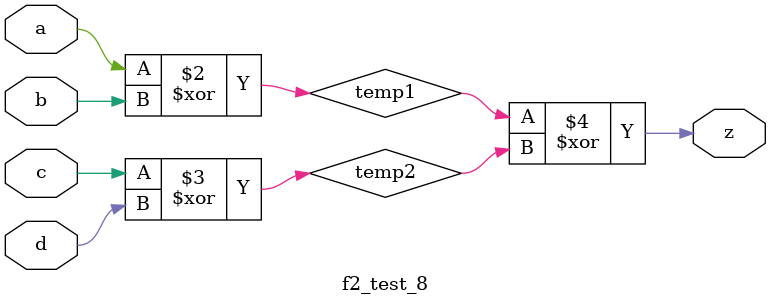
<source format=v>
module f2_test_8(a, b, c, d, z);
input a, b, c, d;
output z;
reg z, temp1, temp2;
always @(a or b or c or d)
begin
    temp1 = a ^ b;
	temp2 = c ^ d;
	z = temp1 ^ temp2;
end	
endmodule
</source>
